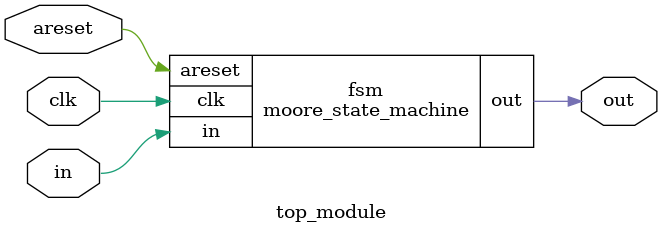
<source format=sv>
module moore_state_machine (
	input clk,
	input in,
	input areset,
	output out
);

	parameter A = 2'b00;
	parameter B = 2'b01;
	parameter C = 2'b10;
	parameter D = 2'b11;
	
	reg [1:0] current_state, next_state;
	reg out_reg;
	
	always @(posedge clk or posedge areset) begin
		if (areset)
			current_state <= A;
		else
			current_state <= next_state;
	end
	
	always @(current_state or in) begin
		case (current_state)
			A: begin
				if (in)
					next_state <= B;
				else
					next_state <= A;
				out_reg <= 0;
			end
			B: begin
				if (in)
					next_state <= B;
				else
					next_state <= C;
				out_reg <= 0;
			end
			C: begin
				if (in)
					next_state <= D;
				else
					next_state <= A;
				out_reg <= 0;
			end
			D: begin
				if (in)
					next_state <= B;
				else
					next_state <= C;
				out_reg <= 1;
			end
		endcase
	end
	
	assign out = out_reg;
	
endmodule
module top_module (
	input clk,
	input in,
	input areset,
	output out
);
	
	moore_state_machine fsm (
		.clk(clk),
		.in(in),
		.areset(areset),
		.out(out)
	);
	
endmodule

</source>
